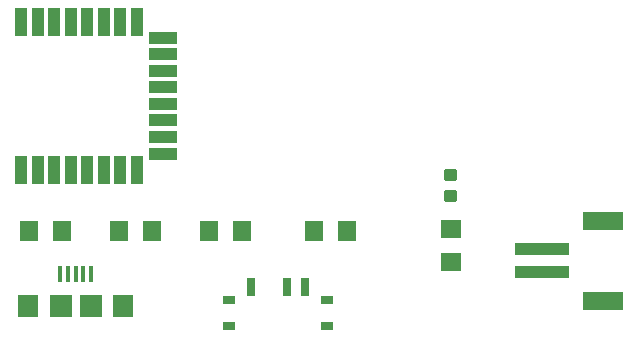
<source format=gtp>
G75*
%MOIN*%
%OFA0B0*%
%FSLAX25Y25*%
%IPPOS*%
%LPD*%
%AMOC8*
5,1,8,0,0,1.08239X$1,22.5*
%
%ADD10R,0.03937X0.09646*%
%ADD11R,0.09646X0.03937*%
%ADD12R,0.18110X0.03937*%
%ADD13R,0.13386X0.06299*%
%ADD14R,0.03937X0.03150*%
%ADD15R,0.02756X0.05906*%
%ADD16C,0.01181*%
%ADD17R,0.06299X0.07087*%
%ADD18R,0.07087X0.06299*%
%ADD19R,0.01378X0.05512*%
%ADD20R,0.07087X0.07480*%
%ADD21R,0.07480X0.07480*%
D10*
X0045094Y0063610D03*
X0050606Y0063610D03*
X0056118Y0063610D03*
X0061630Y0063610D03*
X0067142Y0063610D03*
X0072654Y0063610D03*
X0078165Y0063610D03*
X0083677Y0063610D03*
X0083677Y0112823D03*
X0078165Y0112823D03*
X0072654Y0112823D03*
X0067142Y0112823D03*
X0061630Y0112823D03*
X0056118Y0112823D03*
X0050606Y0112823D03*
X0045094Y0112823D03*
D11*
X0092535Y0107508D03*
X0092535Y0101996D03*
X0092535Y0096484D03*
X0092535Y0090972D03*
X0092535Y0085461D03*
X0092535Y0079949D03*
X0092535Y0074437D03*
X0092535Y0068925D03*
D12*
X0218677Y0037154D03*
X0218677Y0029280D03*
D13*
X0239150Y0019831D03*
X0239150Y0046602D03*
D14*
X0147083Y0020047D03*
X0147083Y0011386D03*
X0114406Y0011386D03*
X0114406Y0020047D03*
D15*
X0121886Y0024575D03*
X0133697Y0024575D03*
X0139602Y0024575D03*
D16*
X0186866Y0053386D02*
X0189622Y0053386D01*
X0186866Y0053386D02*
X0186866Y0056142D01*
X0189622Y0056142D01*
X0189622Y0053386D01*
X0189622Y0054566D02*
X0186866Y0054566D01*
X0186866Y0055746D02*
X0189622Y0055746D01*
X0189622Y0060291D02*
X0186866Y0060291D01*
X0186866Y0063047D01*
X0189622Y0063047D01*
X0189622Y0060291D01*
X0189622Y0061471D02*
X0186866Y0061471D01*
X0186866Y0062651D02*
X0189622Y0062651D01*
D17*
X0153756Y0043217D03*
X0142732Y0043217D03*
X0118756Y0043217D03*
X0107732Y0043217D03*
X0088756Y0043217D03*
X0077732Y0043217D03*
X0058756Y0043217D03*
X0047732Y0043217D03*
D18*
X0188244Y0043728D03*
X0188244Y0032705D03*
D19*
X0068362Y0028650D03*
X0065803Y0028650D03*
X0063244Y0028650D03*
X0060685Y0028650D03*
X0058126Y0028650D03*
D20*
X0047496Y0018217D03*
X0078992Y0018217D03*
D21*
X0068244Y0018217D03*
X0058244Y0018217D03*
M02*

</source>
